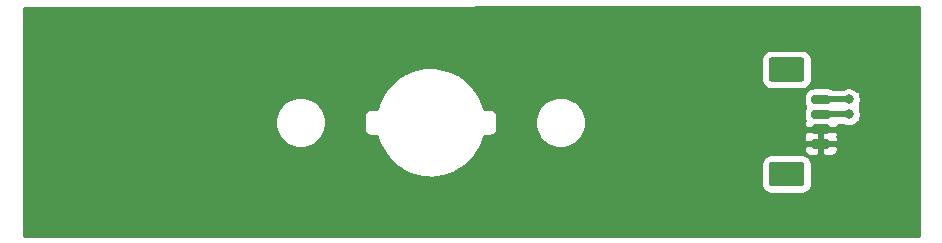
<source format=gbl>
%TF.GenerationSoftware,KiCad,Pcbnew,(5.1.9-0-10_14)*%
%TF.CreationDate,2022-02-18T16:15:46-06:00*%
%TF.ProjectId,OwlSat_Official,4f776c53-6174-45f4-9f66-66696369616c,4*%
%TF.SameCoordinates,Original*%
%TF.FileFunction,Copper,L2,Bot*%
%TF.FilePolarity,Positive*%
%FSLAX46Y46*%
G04 Gerber Fmt 4.6, Leading zero omitted, Abs format (unit mm)*
G04 Created by KiCad (PCBNEW (5.1.9-0-10_14)) date 2022-02-18 16:15:46*
%MOMM*%
%LPD*%
G01*
G04 APERTURE LIST*
%TA.AperFunction,ViaPad*%
%ADD10C,0.800000*%
%TD*%
%TA.AperFunction,Conductor*%
%ADD11C,0.500000*%
%TD*%
%TA.AperFunction,Conductor*%
%ADD12C,0.254000*%
%TD*%
%TA.AperFunction,Conductor*%
%ADD13C,0.100000*%
%TD*%
G04 APERTURE END LIST*
%TO.P,U3,1*%
%TO.N,Net-(U1-Pad2)*%
%TA.AperFunction,SMDPad,CuDef*%
G36*
G01*
X182260000Y-97145000D02*
X181060000Y-97145000D01*
G75*
G02*
X180860000Y-96945000I0J200000D01*
G01*
X180860000Y-96545000D01*
G75*
G02*
X181060000Y-96345000I200000J0D01*
G01*
X182260000Y-96345000D01*
G75*
G02*
X182460000Y-96545000I0J-200000D01*
G01*
X182460000Y-96945000D01*
G75*
G02*
X182260000Y-97145000I-200000J0D01*
G01*
G37*
%TD.AperFunction*%
%TO.P,U3,2*%
%TA.AperFunction,SMDPad,CuDef*%
G36*
G01*
X182260000Y-95895000D02*
X181060000Y-95895000D01*
G75*
G02*
X180860000Y-95695000I0J200000D01*
G01*
X180860000Y-95295000D01*
G75*
G02*
X181060000Y-95095000I200000J0D01*
G01*
X182260000Y-95095000D01*
G75*
G02*
X182460000Y-95295000I0J-200000D01*
G01*
X182460000Y-95695000D01*
G75*
G02*
X182260000Y-95895000I-200000J0D01*
G01*
G37*
%TD.AperFunction*%
%TO.P,U3,3*%
%TO.N,Net-(U1-Pad1)*%
%TA.AperFunction,SMDPad,CuDef*%
G36*
G01*
X182260000Y-94645000D02*
X181060000Y-94645000D01*
G75*
G02*
X180860000Y-94445000I0J200000D01*
G01*
X180860000Y-94045000D01*
G75*
G02*
X181060000Y-93845000I200000J0D01*
G01*
X182260000Y-93845000D01*
G75*
G02*
X182460000Y-94045000I0J-200000D01*
G01*
X182460000Y-94445000D01*
G75*
G02*
X182260000Y-94645000I-200000J0D01*
G01*
G37*
%TD.AperFunction*%
%TO.P,U3,4*%
%TA.AperFunction,SMDPad,CuDef*%
G36*
G01*
X182260000Y-93395000D02*
X181060000Y-93395000D01*
G75*
G02*
X180860000Y-93195000I0J200000D01*
G01*
X180860000Y-92795000D01*
G75*
G02*
X181060000Y-92595000I200000J0D01*
G01*
X182260000Y-92595000D01*
G75*
G02*
X182460000Y-92795000I0J-200000D01*
G01*
X182460000Y-93195000D01*
G75*
G02*
X182260000Y-93395000I-200000J0D01*
G01*
G37*
%TD.AperFunction*%
%TO.P,U3,MP*%
%TO.N,N/C*%
%TA.AperFunction,SMDPad,CuDef*%
G36*
G01*
X180010001Y-100345000D02*
X177509999Y-100345000D01*
G75*
G02*
X177260000Y-100095001I0J249999D01*
G01*
X177260000Y-98494999D01*
G75*
G02*
X177509999Y-98245000I249999J0D01*
G01*
X180010001Y-98245000D01*
G75*
G02*
X180260000Y-98494999I0J-249999D01*
G01*
X180260000Y-100095001D01*
G75*
G02*
X180010001Y-100345000I-249999J0D01*
G01*
G37*
%TD.AperFunction*%
%TA.AperFunction,SMDPad,CuDef*%
G36*
G01*
X180010001Y-91495000D02*
X177509999Y-91495000D01*
G75*
G02*
X177260000Y-91245001I0J249999D01*
G01*
X177260000Y-89644999D01*
G75*
G02*
X177509999Y-89395000I249999J0D01*
G01*
X180010001Y-89395000D01*
G75*
G02*
X180260000Y-89644999I0J-249999D01*
G01*
X180260000Y-91245001D01*
G75*
G02*
X180010001Y-91495000I-249999J0D01*
G01*
G37*
%TD.AperFunction*%
%TD*%
D10*
%TO.N,Net-(U1-Pad1)*%
X184010000Y-92980000D03*
X184020000Y-94230000D03*
%TO.N,Net-(U1-Pad2)*%
X152390000Y-88800000D03*
X152400000Y-87560000D03*
X152400000Y-86290000D03*
X144990000Y-100780000D03*
X145010000Y-102160000D03*
X144980000Y-103510000D03*
%TD*%
D11*
%TO.N,Net-(U1-Pad1)*%
X181675000Y-92980000D02*
X181660000Y-92995000D01*
X184010000Y-92980000D02*
X181675000Y-92980000D01*
X181675000Y-94230000D02*
X181660000Y-94245000D01*
X184020000Y-94230000D02*
X181675000Y-94230000D01*
%TD*%
D12*
%TO.N,Net-(U1-Pad2)*%
X189950001Y-104513000D02*
X114197000Y-104513000D01*
X114197000Y-94696323D01*
X135440497Y-94696323D01*
X135440497Y-95123677D01*
X135523870Y-95542821D01*
X135687412Y-95937645D01*
X135924837Y-96292977D01*
X136227023Y-96595163D01*
X136582355Y-96832588D01*
X136977179Y-96996130D01*
X137396323Y-97079503D01*
X137823677Y-97079503D01*
X138242821Y-96996130D01*
X138637645Y-96832588D01*
X138992977Y-96595163D01*
X139295163Y-96292977D01*
X139532588Y-95937645D01*
X139696130Y-95542821D01*
X139722549Y-95410000D01*
X142946807Y-95410000D01*
X142959550Y-95539383D01*
X142997290Y-95663793D01*
X143058575Y-95778450D01*
X143141052Y-95878948D01*
X143241550Y-95961425D01*
X143356207Y-96022710D01*
X143480617Y-96060450D01*
X143577581Y-96070000D01*
X143610000Y-96073193D01*
X143642419Y-96070000D01*
X144071717Y-96070000D01*
X144089968Y-96158910D01*
X144105750Y-96209891D01*
X144119810Y-96261377D01*
X144123154Y-96269964D01*
X144413729Y-97001075D01*
X144441126Y-97054213D01*
X144467809Y-97107789D01*
X144472757Y-97115563D01*
X144899804Y-97776310D01*
X144937019Y-97823138D01*
X144973583Y-97870489D01*
X144979947Y-97877154D01*
X145527201Y-98442370D01*
X145572822Y-98481093D01*
X145617866Y-98520423D01*
X145625403Y-98525725D01*
X146272019Y-98973881D01*
X146324247Y-99002981D01*
X146376119Y-99032839D01*
X146384542Y-99036576D01*
X147105891Y-99350602D01*
X147162800Y-99369010D01*
X147219459Y-99388216D01*
X147228448Y-99390246D01*
X147997054Y-99558181D01*
X148056457Y-99565185D01*
X148115765Y-99573020D01*
X148124977Y-99573265D01*
X148911565Y-99588712D01*
X148971185Y-99584046D01*
X149030897Y-99580211D01*
X149039981Y-99578662D01*
X149814587Y-99441033D01*
X149872165Y-99424875D01*
X149929996Y-99409515D01*
X149938607Y-99406231D01*
X150671729Y-99120767D01*
X150725094Y-99093722D01*
X150778817Y-99067433D01*
X150786625Y-99062539D01*
X151450338Y-98640115D01*
X151497414Y-98603236D01*
X151545028Y-98566997D01*
X151551738Y-98560680D01*
X151620529Y-98494999D01*
X176621928Y-98494999D01*
X176621928Y-100095001D01*
X176638992Y-100268255D01*
X176689528Y-100434851D01*
X176771595Y-100588387D01*
X176882038Y-100722962D01*
X177016613Y-100833405D01*
X177170149Y-100915472D01*
X177336745Y-100966008D01*
X177509999Y-100983072D01*
X180010001Y-100983072D01*
X180183255Y-100966008D01*
X180349851Y-100915472D01*
X180503387Y-100833405D01*
X180637962Y-100722962D01*
X180748405Y-100588387D01*
X180830472Y-100434851D01*
X180881008Y-100268255D01*
X180898072Y-100095001D01*
X180898072Y-98494999D01*
X180881008Y-98321745D01*
X180830472Y-98155149D01*
X180748405Y-98001613D01*
X180637962Y-97867038D01*
X180503387Y-97756595D01*
X180349851Y-97674528D01*
X180183255Y-97623992D01*
X180010001Y-97606928D01*
X177509999Y-97606928D01*
X177336745Y-97623992D01*
X177170149Y-97674528D01*
X177016613Y-97756595D01*
X176882038Y-97867038D01*
X176771595Y-98001613D01*
X176689528Y-98155149D01*
X176638992Y-98321745D01*
X176621928Y-98494999D01*
X151620529Y-98494999D01*
X152120762Y-98017385D01*
X152159774Y-97972069D01*
X152199447Y-97927267D01*
X152204801Y-97919766D01*
X152657461Y-97276295D01*
X152686943Y-97224238D01*
X152717143Y-97172609D01*
X152720939Y-97164212D01*
X152729462Y-97145000D01*
X180221928Y-97145000D01*
X180234188Y-97269482D01*
X180270498Y-97389180D01*
X180329463Y-97499494D01*
X180408815Y-97596185D01*
X180505506Y-97675537D01*
X180615820Y-97734502D01*
X180735518Y-97770812D01*
X180860000Y-97783072D01*
X181374250Y-97780000D01*
X181533000Y-97621250D01*
X181533000Y-96872000D01*
X181787000Y-96872000D01*
X181787000Y-97621250D01*
X181945750Y-97780000D01*
X182460000Y-97783072D01*
X182584482Y-97770812D01*
X182704180Y-97734502D01*
X182814494Y-97675537D01*
X182911185Y-97596185D01*
X182990537Y-97499494D01*
X183049502Y-97389180D01*
X183085812Y-97269482D01*
X183098072Y-97145000D01*
X183095000Y-97030750D01*
X182936250Y-96872000D01*
X181787000Y-96872000D01*
X181533000Y-96872000D01*
X180383750Y-96872000D01*
X180225000Y-97030750D01*
X180221928Y-97145000D01*
X152729462Y-97145000D01*
X153039993Y-96445073D01*
X153058797Y-96388296D01*
X153078399Y-96331771D01*
X153080491Y-96322796D01*
X153137577Y-96070000D01*
X153577581Y-96070000D01*
X153610000Y-96073193D01*
X153642419Y-96070000D01*
X153739383Y-96060450D01*
X153863793Y-96022710D01*
X153978450Y-95961425D01*
X154078948Y-95878948D01*
X154161425Y-95778450D01*
X154222710Y-95663793D01*
X154260450Y-95539383D01*
X154273193Y-95410000D01*
X154270000Y-95377581D01*
X154270000Y-94696323D01*
X157440497Y-94696323D01*
X157440497Y-95123677D01*
X157523870Y-95542821D01*
X157687412Y-95937645D01*
X157924837Y-96292977D01*
X158227023Y-96595163D01*
X158582355Y-96832588D01*
X158977179Y-96996130D01*
X159396323Y-97079503D01*
X159823677Y-97079503D01*
X160242821Y-96996130D01*
X160637645Y-96832588D01*
X160992977Y-96595163D01*
X161295163Y-96292977D01*
X161532588Y-95937645D01*
X161550252Y-95895000D01*
X180221928Y-95895000D01*
X180234188Y-96019482D01*
X180264680Y-96120000D01*
X180234188Y-96220518D01*
X180221928Y-96345000D01*
X180225000Y-96459250D01*
X180383750Y-96618000D01*
X181533000Y-96618000D01*
X181533000Y-95622000D01*
X181787000Y-95622000D01*
X181787000Y-96618000D01*
X182936250Y-96618000D01*
X183095000Y-96459250D01*
X183098072Y-96345000D01*
X183085812Y-96220518D01*
X183055320Y-96120000D01*
X183085812Y-96019482D01*
X183098072Y-95895000D01*
X183095000Y-95780750D01*
X182936250Y-95622000D01*
X181787000Y-95622000D01*
X181533000Y-95622000D01*
X180383750Y-95622000D01*
X180225000Y-95780750D01*
X180221928Y-95895000D01*
X161550252Y-95895000D01*
X161696130Y-95542821D01*
X161779503Y-95123677D01*
X161779503Y-94696323D01*
X161696130Y-94277179D01*
X161532588Y-93882355D01*
X161295163Y-93527023D01*
X160992977Y-93224837D01*
X160637645Y-92987412D01*
X160242821Y-92823870D01*
X160097682Y-92795000D01*
X180221928Y-92795000D01*
X180221928Y-93195000D01*
X180238031Y-93358500D01*
X180285722Y-93515716D01*
X180341463Y-93620000D01*
X180285722Y-93724284D01*
X180238031Y-93881500D01*
X180221928Y-94045000D01*
X180221928Y-94445000D01*
X180238031Y-94608500D01*
X180285722Y-94765716D01*
X180300855Y-94794027D01*
X180270498Y-94850820D01*
X180234188Y-94970518D01*
X180221928Y-95095000D01*
X180225000Y-95209250D01*
X180383750Y-95368000D01*
X181533000Y-95368000D01*
X181533000Y-95348000D01*
X181787000Y-95348000D01*
X181787000Y-95368000D01*
X182936250Y-95368000D01*
X183095000Y-95209250D01*
X183097534Y-95115000D01*
X183481546Y-95115000D01*
X183529744Y-95147205D01*
X183718102Y-95225226D01*
X183918061Y-95265000D01*
X184121939Y-95265000D01*
X184321898Y-95225226D01*
X184510256Y-95147205D01*
X184679774Y-95033937D01*
X184823937Y-94889774D01*
X184832472Y-94877000D01*
X184850000Y-94877000D01*
X184874776Y-94874560D01*
X184898601Y-94867333D01*
X184920557Y-94855597D01*
X184939803Y-94839803D01*
X184955597Y-94820557D01*
X184967333Y-94798601D01*
X184974560Y-94774776D01*
X184977000Y-94750000D01*
X184977000Y-94624183D01*
X185015226Y-94531898D01*
X185055000Y-94331939D01*
X185055000Y-94128061D01*
X185015226Y-93928102D01*
X184977000Y-93835817D01*
X184977000Y-93350041D01*
X185005226Y-93281898D01*
X185045000Y-93081939D01*
X185045000Y-92878061D01*
X185005226Y-92678102D01*
X184977000Y-92609959D01*
X184977000Y-92400000D01*
X184974560Y-92375224D01*
X184967333Y-92351399D01*
X184955597Y-92329443D01*
X184939803Y-92310197D01*
X184920557Y-92294403D01*
X184898601Y-92282667D01*
X184874776Y-92275440D01*
X184850000Y-92273000D01*
X184766711Y-92273000D01*
X184669774Y-92176063D01*
X184500256Y-92062795D01*
X184311898Y-91984774D01*
X184111939Y-91945000D01*
X183908061Y-91945000D01*
X183708102Y-91984774D01*
X183519744Y-92062795D01*
X183471546Y-92095000D01*
X182719679Y-92095000D01*
X182580716Y-92020722D01*
X182423500Y-91973031D01*
X182260000Y-91956928D01*
X181060000Y-91956928D01*
X180896500Y-91973031D01*
X180739284Y-92020722D01*
X180594392Y-92098169D01*
X180467394Y-92202394D01*
X180363169Y-92329392D01*
X180285722Y-92474284D01*
X180238031Y-92631500D01*
X180221928Y-92795000D01*
X160097682Y-92795000D01*
X159823677Y-92740497D01*
X159396323Y-92740497D01*
X158977179Y-92823870D01*
X158582355Y-92987412D01*
X158227023Y-93224837D01*
X157924837Y-93527023D01*
X157687412Y-93882355D01*
X157523870Y-94277179D01*
X157440497Y-94696323D01*
X154270000Y-94696323D01*
X154270000Y-94442419D01*
X154273193Y-94410000D01*
X154260450Y-94280617D01*
X154222710Y-94156207D01*
X154161425Y-94041550D01*
X154078948Y-93941052D01*
X153978450Y-93858575D01*
X153863793Y-93797290D01*
X153739383Y-93759550D01*
X153642419Y-93750000D01*
X153610000Y-93746807D01*
X153577581Y-93750000D01*
X153148282Y-93750000D01*
X153133971Y-93680282D01*
X153118431Y-93630081D01*
X153104706Y-93579334D01*
X153101383Y-93570738D01*
X152812519Y-92838686D01*
X152785230Y-92785438D01*
X152758701Y-92731839D01*
X152753772Y-92724053D01*
X152328219Y-92062051D01*
X152291129Y-92015144D01*
X152254674Y-91967693D01*
X152248327Y-91961012D01*
X151702296Y-91394274D01*
X151656769Y-91355438D01*
X151611822Y-91315997D01*
X151604298Y-91310677D01*
X150958586Y-90860791D01*
X150906413Y-90831553D01*
X150854632Y-90801578D01*
X150846217Y-90797820D01*
X150125420Y-90481922D01*
X150068533Y-90463366D01*
X150011945Y-90444029D01*
X150002961Y-90441977D01*
X149234532Y-90272098D01*
X149175142Y-90264947D01*
X149115858Y-90256967D01*
X149106646Y-90256699D01*
X148319855Y-90239311D01*
X148260224Y-90243831D01*
X148200502Y-90247519D01*
X148191414Y-90249045D01*
X147416230Y-90384810D01*
X147358597Y-90400830D01*
X147300744Y-90416044D01*
X147292126Y-90419307D01*
X146558076Y-90703054D01*
X146504675Y-90729951D01*
X146450857Y-90756123D01*
X146443036Y-90760998D01*
X145778079Y-91181918D01*
X145730892Y-91218697D01*
X145683209Y-91254804D01*
X145676484Y-91261105D01*
X145105948Y-91803166D01*
X145066803Y-91848411D01*
X145027042Y-91893090D01*
X145021669Y-91900577D01*
X144567286Y-92543132D01*
X144537677Y-92595114D01*
X144507349Y-92646670D01*
X144503533Y-92655058D01*
X144182610Y-93373634D01*
X144163665Y-93430368D01*
X144143925Y-93486842D01*
X144141810Y-93495812D01*
X144083752Y-93750000D01*
X143642428Y-93750001D01*
X143610000Y-93746807D01*
X143480617Y-93759550D01*
X143356207Y-93797290D01*
X143241550Y-93858575D01*
X143141052Y-93941052D01*
X143058575Y-94041551D01*
X142997290Y-94156208D01*
X142959550Y-94280618D01*
X142950000Y-94377582D01*
X142950000Y-94377588D01*
X142946808Y-94410000D01*
X142950000Y-94442410D01*
X142950001Y-95377571D01*
X142946807Y-95410000D01*
X139722549Y-95410000D01*
X139779503Y-95123677D01*
X139779503Y-94696323D01*
X139696130Y-94277179D01*
X139532588Y-93882355D01*
X139295163Y-93527023D01*
X138992977Y-93224837D01*
X138637645Y-92987412D01*
X138242821Y-92823870D01*
X137823677Y-92740497D01*
X137396323Y-92740497D01*
X136977179Y-92823870D01*
X136582355Y-92987412D01*
X136227023Y-93224837D01*
X135924837Y-93527023D01*
X135687412Y-93882355D01*
X135523870Y-94277179D01*
X135440497Y-94696323D01*
X114197000Y-94696323D01*
X114197000Y-89644999D01*
X176621928Y-89644999D01*
X176621928Y-91245001D01*
X176638992Y-91418255D01*
X176689528Y-91584851D01*
X176771595Y-91738387D01*
X176882038Y-91872962D01*
X177016613Y-91983405D01*
X177170149Y-92065472D01*
X177336745Y-92116008D01*
X177509999Y-92133072D01*
X180010001Y-92133072D01*
X180183255Y-92116008D01*
X180349851Y-92065472D01*
X180503387Y-91983405D01*
X180637962Y-91872962D01*
X180748405Y-91738387D01*
X180830472Y-91584851D01*
X180881008Y-91418255D01*
X180898072Y-91245001D01*
X180898072Y-89644999D01*
X180881008Y-89471745D01*
X180830472Y-89305149D01*
X180748405Y-89151613D01*
X180637962Y-89017038D01*
X180503387Y-88906595D01*
X180349851Y-88824528D01*
X180183255Y-88773992D01*
X180010001Y-88756928D01*
X177509999Y-88756928D01*
X177336745Y-88773992D01*
X177170149Y-88824528D01*
X177016613Y-88906595D01*
X176882038Y-89017038D01*
X176771595Y-89151613D01*
X176689528Y-89305149D01*
X176638992Y-89471745D01*
X176621928Y-89644999D01*
X114197000Y-89644999D01*
X114197000Y-85196983D01*
X189950000Y-85187083D01*
X189950001Y-104513000D01*
%TA.AperFunction,Conductor*%
D13*
G36*
X189950001Y-104513000D02*
G01*
X114197000Y-104513000D01*
X114197000Y-94696323D01*
X135440497Y-94696323D01*
X135440497Y-95123677D01*
X135523870Y-95542821D01*
X135687412Y-95937645D01*
X135924837Y-96292977D01*
X136227023Y-96595163D01*
X136582355Y-96832588D01*
X136977179Y-96996130D01*
X137396323Y-97079503D01*
X137823677Y-97079503D01*
X138242821Y-96996130D01*
X138637645Y-96832588D01*
X138992977Y-96595163D01*
X139295163Y-96292977D01*
X139532588Y-95937645D01*
X139696130Y-95542821D01*
X139722549Y-95410000D01*
X142946807Y-95410000D01*
X142959550Y-95539383D01*
X142997290Y-95663793D01*
X143058575Y-95778450D01*
X143141052Y-95878948D01*
X143241550Y-95961425D01*
X143356207Y-96022710D01*
X143480617Y-96060450D01*
X143577581Y-96070000D01*
X143610000Y-96073193D01*
X143642419Y-96070000D01*
X144071717Y-96070000D01*
X144089968Y-96158910D01*
X144105750Y-96209891D01*
X144119810Y-96261377D01*
X144123154Y-96269964D01*
X144413729Y-97001075D01*
X144441126Y-97054213D01*
X144467809Y-97107789D01*
X144472757Y-97115563D01*
X144899804Y-97776310D01*
X144937019Y-97823138D01*
X144973583Y-97870489D01*
X144979947Y-97877154D01*
X145527201Y-98442370D01*
X145572822Y-98481093D01*
X145617866Y-98520423D01*
X145625403Y-98525725D01*
X146272019Y-98973881D01*
X146324247Y-99002981D01*
X146376119Y-99032839D01*
X146384542Y-99036576D01*
X147105891Y-99350602D01*
X147162800Y-99369010D01*
X147219459Y-99388216D01*
X147228448Y-99390246D01*
X147997054Y-99558181D01*
X148056457Y-99565185D01*
X148115765Y-99573020D01*
X148124977Y-99573265D01*
X148911565Y-99588712D01*
X148971185Y-99584046D01*
X149030897Y-99580211D01*
X149039981Y-99578662D01*
X149814587Y-99441033D01*
X149872165Y-99424875D01*
X149929996Y-99409515D01*
X149938607Y-99406231D01*
X150671729Y-99120767D01*
X150725094Y-99093722D01*
X150778817Y-99067433D01*
X150786625Y-99062539D01*
X151450338Y-98640115D01*
X151497414Y-98603236D01*
X151545028Y-98566997D01*
X151551738Y-98560680D01*
X151620529Y-98494999D01*
X176621928Y-98494999D01*
X176621928Y-100095001D01*
X176638992Y-100268255D01*
X176689528Y-100434851D01*
X176771595Y-100588387D01*
X176882038Y-100722962D01*
X177016613Y-100833405D01*
X177170149Y-100915472D01*
X177336745Y-100966008D01*
X177509999Y-100983072D01*
X180010001Y-100983072D01*
X180183255Y-100966008D01*
X180349851Y-100915472D01*
X180503387Y-100833405D01*
X180637962Y-100722962D01*
X180748405Y-100588387D01*
X180830472Y-100434851D01*
X180881008Y-100268255D01*
X180898072Y-100095001D01*
X180898072Y-98494999D01*
X180881008Y-98321745D01*
X180830472Y-98155149D01*
X180748405Y-98001613D01*
X180637962Y-97867038D01*
X180503387Y-97756595D01*
X180349851Y-97674528D01*
X180183255Y-97623992D01*
X180010001Y-97606928D01*
X177509999Y-97606928D01*
X177336745Y-97623992D01*
X177170149Y-97674528D01*
X177016613Y-97756595D01*
X176882038Y-97867038D01*
X176771595Y-98001613D01*
X176689528Y-98155149D01*
X176638992Y-98321745D01*
X176621928Y-98494999D01*
X151620529Y-98494999D01*
X152120762Y-98017385D01*
X152159774Y-97972069D01*
X152199447Y-97927267D01*
X152204801Y-97919766D01*
X152657461Y-97276295D01*
X152686943Y-97224238D01*
X152717143Y-97172609D01*
X152720939Y-97164212D01*
X152729462Y-97145000D01*
X180221928Y-97145000D01*
X180234188Y-97269482D01*
X180270498Y-97389180D01*
X180329463Y-97499494D01*
X180408815Y-97596185D01*
X180505506Y-97675537D01*
X180615820Y-97734502D01*
X180735518Y-97770812D01*
X180860000Y-97783072D01*
X181374250Y-97780000D01*
X181533000Y-97621250D01*
X181533000Y-96872000D01*
X181787000Y-96872000D01*
X181787000Y-97621250D01*
X181945750Y-97780000D01*
X182460000Y-97783072D01*
X182584482Y-97770812D01*
X182704180Y-97734502D01*
X182814494Y-97675537D01*
X182911185Y-97596185D01*
X182990537Y-97499494D01*
X183049502Y-97389180D01*
X183085812Y-97269482D01*
X183098072Y-97145000D01*
X183095000Y-97030750D01*
X182936250Y-96872000D01*
X181787000Y-96872000D01*
X181533000Y-96872000D01*
X180383750Y-96872000D01*
X180225000Y-97030750D01*
X180221928Y-97145000D01*
X152729462Y-97145000D01*
X153039993Y-96445073D01*
X153058797Y-96388296D01*
X153078399Y-96331771D01*
X153080491Y-96322796D01*
X153137577Y-96070000D01*
X153577581Y-96070000D01*
X153610000Y-96073193D01*
X153642419Y-96070000D01*
X153739383Y-96060450D01*
X153863793Y-96022710D01*
X153978450Y-95961425D01*
X154078948Y-95878948D01*
X154161425Y-95778450D01*
X154222710Y-95663793D01*
X154260450Y-95539383D01*
X154273193Y-95410000D01*
X154270000Y-95377581D01*
X154270000Y-94696323D01*
X157440497Y-94696323D01*
X157440497Y-95123677D01*
X157523870Y-95542821D01*
X157687412Y-95937645D01*
X157924837Y-96292977D01*
X158227023Y-96595163D01*
X158582355Y-96832588D01*
X158977179Y-96996130D01*
X159396323Y-97079503D01*
X159823677Y-97079503D01*
X160242821Y-96996130D01*
X160637645Y-96832588D01*
X160992977Y-96595163D01*
X161295163Y-96292977D01*
X161532588Y-95937645D01*
X161550252Y-95895000D01*
X180221928Y-95895000D01*
X180234188Y-96019482D01*
X180264680Y-96120000D01*
X180234188Y-96220518D01*
X180221928Y-96345000D01*
X180225000Y-96459250D01*
X180383750Y-96618000D01*
X181533000Y-96618000D01*
X181533000Y-95622000D01*
X181787000Y-95622000D01*
X181787000Y-96618000D01*
X182936250Y-96618000D01*
X183095000Y-96459250D01*
X183098072Y-96345000D01*
X183085812Y-96220518D01*
X183055320Y-96120000D01*
X183085812Y-96019482D01*
X183098072Y-95895000D01*
X183095000Y-95780750D01*
X182936250Y-95622000D01*
X181787000Y-95622000D01*
X181533000Y-95622000D01*
X180383750Y-95622000D01*
X180225000Y-95780750D01*
X180221928Y-95895000D01*
X161550252Y-95895000D01*
X161696130Y-95542821D01*
X161779503Y-95123677D01*
X161779503Y-94696323D01*
X161696130Y-94277179D01*
X161532588Y-93882355D01*
X161295163Y-93527023D01*
X160992977Y-93224837D01*
X160637645Y-92987412D01*
X160242821Y-92823870D01*
X160097682Y-92795000D01*
X180221928Y-92795000D01*
X180221928Y-93195000D01*
X180238031Y-93358500D01*
X180285722Y-93515716D01*
X180341463Y-93620000D01*
X180285722Y-93724284D01*
X180238031Y-93881500D01*
X180221928Y-94045000D01*
X180221928Y-94445000D01*
X180238031Y-94608500D01*
X180285722Y-94765716D01*
X180300855Y-94794027D01*
X180270498Y-94850820D01*
X180234188Y-94970518D01*
X180221928Y-95095000D01*
X180225000Y-95209250D01*
X180383750Y-95368000D01*
X181533000Y-95368000D01*
X181533000Y-95348000D01*
X181787000Y-95348000D01*
X181787000Y-95368000D01*
X182936250Y-95368000D01*
X183095000Y-95209250D01*
X183097534Y-95115000D01*
X183481546Y-95115000D01*
X183529744Y-95147205D01*
X183718102Y-95225226D01*
X183918061Y-95265000D01*
X184121939Y-95265000D01*
X184321898Y-95225226D01*
X184510256Y-95147205D01*
X184679774Y-95033937D01*
X184823937Y-94889774D01*
X184832472Y-94877000D01*
X184850000Y-94877000D01*
X184874776Y-94874560D01*
X184898601Y-94867333D01*
X184920557Y-94855597D01*
X184939803Y-94839803D01*
X184955597Y-94820557D01*
X184967333Y-94798601D01*
X184974560Y-94774776D01*
X184977000Y-94750000D01*
X184977000Y-94624183D01*
X185015226Y-94531898D01*
X185055000Y-94331939D01*
X185055000Y-94128061D01*
X185015226Y-93928102D01*
X184977000Y-93835817D01*
X184977000Y-93350041D01*
X185005226Y-93281898D01*
X185045000Y-93081939D01*
X185045000Y-92878061D01*
X185005226Y-92678102D01*
X184977000Y-92609959D01*
X184977000Y-92400000D01*
X184974560Y-92375224D01*
X184967333Y-92351399D01*
X184955597Y-92329443D01*
X184939803Y-92310197D01*
X184920557Y-92294403D01*
X184898601Y-92282667D01*
X184874776Y-92275440D01*
X184850000Y-92273000D01*
X184766711Y-92273000D01*
X184669774Y-92176063D01*
X184500256Y-92062795D01*
X184311898Y-91984774D01*
X184111939Y-91945000D01*
X183908061Y-91945000D01*
X183708102Y-91984774D01*
X183519744Y-92062795D01*
X183471546Y-92095000D01*
X182719679Y-92095000D01*
X182580716Y-92020722D01*
X182423500Y-91973031D01*
X182260000Y-91956928D01*
X181060000Y-91956928D01*
X180896500Y-91973031D01*
X180739284Y-92020722D01*
X180594392Y-92098169D01*
X180467394Y-92202394D01*
X180363169Y-92329392D01*
X180285722Y-92474284D01*
X180238031Y-92631500D01*
X180221928Y-92795000D01*
X160097682Y-92795000D01*
X159823677Y-92740497D01*
X159396323Y-92740497D01*
X158977179Y-92823870D01*
X158582355Y-92987412D01*
X158227023Y-93224837D01*
X157924837Y-93527023D01*
X157687412Y-93882355D01*
X157523870Y-94277179D01*
X157440497Y-94696323D01*
X154270000Y-94696323D01*
X154270000Y-94442419D01*
X154273193Y-94410000D01*
X154260450Y-94280617D01*
X154222710Y-94156207D01*
X154161425Y-94041550D01*
X154078948Y-93941052D01*
X153978450Y-93858575D01*
X153863793Y-93797290D01*
X153739383Y-93759550D01*
X153642419Y-93750000D01*
X153610000Y-93746807D01*
X153577581Y-93750000D01*
X153148282Y-93750000D01*
X153133971Y-93680282D01*
X153118431Y-93630081D01*
X153104706Y-93579334D01*
X153101383Y-93570738D01*
X152812519Y-92838686D01*
X152785230Y-92785438D01*
X152758701Y-92731839D01*
X152753772Y-92724053D01*
X152328219Y-92062051D01*
X152291129Y-92015144D01*
X152254674Y-91967693D01*
X152248327Y-91961012D01*
X151702296Y-91394274D01*
X151656769Y-91355438D01*
X151611822Y-91315997D01*
X151604298Y-91310677D01*
X150958586Y-90860791D01*
X150906413Y-90831553D01*
X150854632Y-90801578D01*
X150846217Y-90797820D01*
X150125420Y-90481922D01*
X150068533Y-90463366D01*
X150011945Y-90444029D01*
X150002961Y-90441977D01*
X149234532Y-90272098D01*
X149175142Y-90264947D01*
X149115858Y-90256967D01*
X149106646Y-90256699D01*
X148319855Y-90239311D01*
X148260224Y-90243831D01*
X148200502Y-90247519D01*
X148191414Y-90249045D01*
X147416230Y-90384810D01*
X147358597Y-90400830D01*
X147300744Y-90416044D01*
X147292126Y-90419307D01*
X146558076Y-90703054D01*
X146504675Y-90729951D01*
X146450857Y-90756123D01*
X146443036Y-90760998D01*
X145778079Y-91181918D01*
X145730892Y-91218697D01*
X145683209Y-91254804D01*
X145676484Y-91261105D01*
X145105948Y-91803166D01*
X145066803Y-91848411D01*
X145027042Y-91893090D01*
X145021669Y-91900577D01*
X144567286Y-92543132D01*
X144537677Y-92595114D01*
X144507349Y-92646670D01*
X144503533Y-92655058D01*
X144182610Y-93373634D01*
X144163665Y-93430368D01*
X144143925Y-93486842D01*
X144141810Y-93495812D01*
X144083752Y-93750000D01*
X143642428Y-93750001D01*
X143610000Y-93746807D01*
X143480617Y-93759550D01*
X143356207Y-93797290D01*
X143241550Y-93858575D01*
X143141052Y-93941052D01*
X143058575Y-94041551D01*
X142997290Y-94156208D01*
X142959550Y-94280618D01*
X142950000Y-94377582D01*
X142950000Y-94377588D01*
X142946808Y-94410000D01*
X142950000Y-94442410D01*
X142950001Y-95377571D01*
X142946807Y-95410000D01*
X139722549Y-95410000D01*
X139779503Y-95123677D01*
X139779503Y-94696323D01*
X139696130Y-94277179D01*
X139532588Y-93882355D01*
X139295163Y-93527023D01*
X138992977Y-93224837D01*
X138637645Y-92987412D01*
X138242821Y-92823870D01*
X137823677Y-92740497D01*
X137396323Y-92740497D01*
X136977179Y-92823870D01*
X136582355Y-92987412D01*
X136227023Y-93224837D01*
X135924837Y-93527023D01*
X135687412Y-93882355D01*
X135523870Y-94277179D01*
X135440497Y-94696323D01*
X114197000Y-94696323D01*
X114197000Y-89644999D01*
X176621928Y-89644999D01*
X176621928Y-91245001D01*
X176638992Y-91418255D01*
X176689528Y-91584851D01*
X176771595Y-91738387D01*
X176882038Y-91872962D01*
X177016613Y-91983405D01*
X177170149Y-92065472D01*
X177336745Y-92116008D01*
X177509999Y-92133072D01*
X180010001Y-92133072D01*
X180183255Y-92116008D01*
X180349851Y-92065472D01*
X180503387Y-91983405D01*
X180637962Y-91872962D01*
X180748405Y-91738387D01*
X180830472Y-91584851D01*
X180881008Y-91418255D01*
X180898072Y-91245001D01*
X180898072Y-89644999D01*
X180881008Y-89471745D01*
X180830472Y-89305149D01*
X180748405Y-89151613D01*
X180637962Y-89017038D01*
X180503387Y-88906595D01*
X180349851Y-88824528D01*
X180183255Y-88773992D01*
X180010001Y-88756928D01*
X177509999Y-88756928D01*
X177336745Y-88773992D01*
X177170149Y-88824528D01*
X177016613Y-88906595D01*
X176882038Y-89017038D01*
X176771595Y-89151613D01*
X176689528Y-89305149D01*
X176638992Y-89471745D01*
X176621928Y-89644999D01*
X114197000Y-89644999D01*
X114197000Y-85196983D01*
X189950000Y-85187083D01*
X189950001Y-104513000D01*
G37*
%TD.AperFunction*%
%TD*%
M02*

</source>
